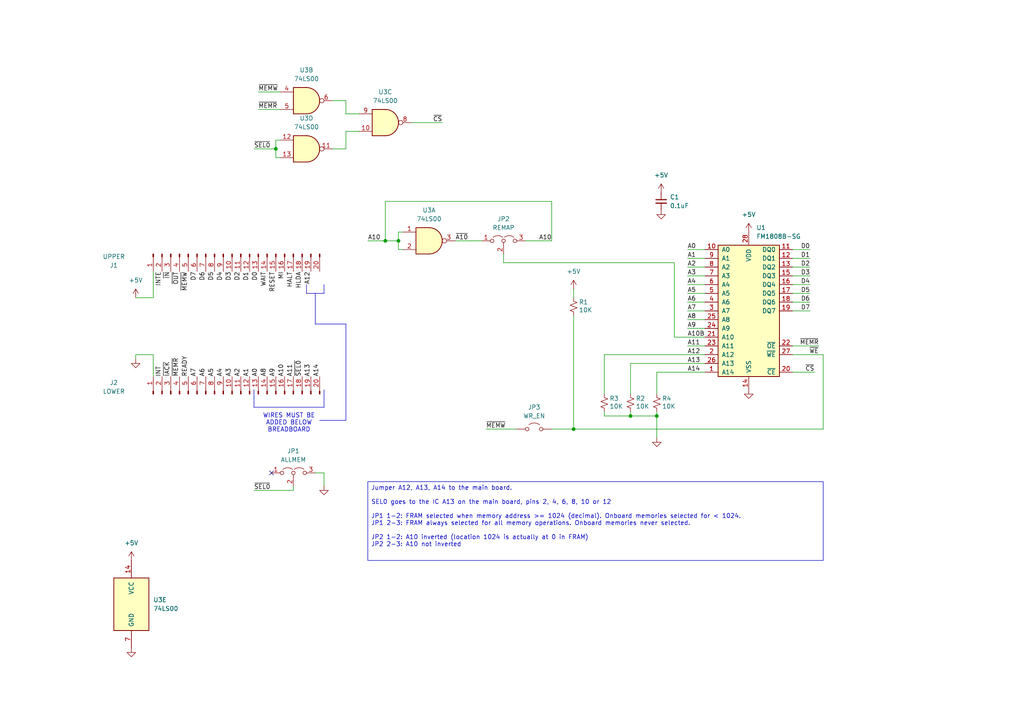
<source format=kicad_sch>
(kicad_sch (version 20250114) (generator "eeschema") (generator_version "9.0")
  (paper "A4")
  (lib_symbols
    (symbol "74xx:74LS00" (pin_names (offset 1.016))
      (property "Reference" "U" (at 0 1.27 0))
      (property "Value" "74LS00" (at 0 -1.27 0))
      (symbol "74LS00_1_1"
        (arc (start 0 3.81) (mid 3.7934 0) (end 0 -3.81) (stroke (width 0.254)) (fill (type background)))
        (polyline (pts (xy 0 3.81) (xy -3.81 3.81) (xy -3.81 -3.81) (xy 0 -3.81)) (stroke (width 0.254)) (fill (type background)))
        (pin input line (at -7.62 2.54 0) (length 3.81) (name "~") (number "1"))
        (pin input line (at -7.62 -2.54 0) (length 3.81) (name "~") (number "2"))
        (pin output inverted (at 7.62 0 180) (length 3.81) (name "~") (number "3"))
      )
      (symbol "74LS00_1_2"
        (arc (start -3.81 3.81) (mid -2.589 0) (end -3.81 -3.81) (stroke (width 0.254)))
        (polyline (pts (xy -3.81 3.81) (xy -0.635 3.81)) (stroke (width 0.254)) (fill (type background)))
        (polyline (pts (xy -3.81 -3.81) (xy -0.635 -3.81)) (stroke (width 0.254)) (fill (type background)))
        (arc (start 3.81 0) (mid 2.1855 -2.584) (end -0.6096 -3.81) (stroke (width 0.254)) (fill (type background)))
        (arc (start -0.6096 3.81) (mid 2.1928 2.5924) (end 3.81 0) (stroke (width 0.254)) (fill (type background)))
        (polyline (pts (xy -0.635 3.81) (xy -3.81 3.81) (xy -3.81 3.81) (xy -3.556 3.4036) (xy -3.0226 2.2606) (xy -2.6924 1.0414) (xy -2.6162 -0.254) (xy -2.7686 -1.4986) (xy -3.175 -2.7178) (xy -3.81 -3.81) (xy -3.81 -3.81) (xy -0.635 -3.81)) (stroke (width -25.4)) (fill (type background)))
        (pin input inverted (at -7.62 2.54 0) (length 4.318) (name "~") (number "1"))
        (pin input inverted (at -7.62 -2.54 0) (length 4.318) (name "~") (number "2"))
        (pin output line (at 7.62 0 180) (length 3.81) (name "~") (number "3"))
      )
      (symbol "74LS00_2_1"
        (arc (start 0 3.81) (mid 3.7934 0) (end 0 -3.81) (stroke (width 0.254)) (fill (type background)))
        (polyline (pts (xy 0 3.81) (xy -3.81 3.81) (xy -3.81 -3.81) (xy 0 -3.81)) (stroke (width 0.254)) (fill (type background)))
        (pin input line (at -7.62 2.54 0) (length 3.81) (name "~") (number "4"))
        (pin input line (at -7.62 -2.54 0) (length 3.81) (name "~") (number "5"))
        (pin output inverted (at 7.62 0 180) (length 3.81) (name "~") (number "6"))
      )
      (symbol "74LS00_2_2"
        (arc (start -3.81 3.81) (mid -2.589 0) (end -3.81 -3.81) (stroke (width 0.254)))
        (polyline (pts (xy -3.81 3.81) (xy -0.635 3.81)) (stroke (width 0.254)) (fill (type background)))
        (polyline (pts (xy -3.81 -3.81) (xy -0.635 -3.81)) (stroke (width 0.254)) (fill (type background)))
        (arc (start 3.81 0) (mid 2.1855 -2.584) (end -0.6096 -3.81) (stroke (width 0.254)) (fill (type background)))
        (arc (start -0.6096 3.81) (mid 2.1928 2.5924) (end 3.81 0) (stroke (width 0.254)) (fill (type background)))
        (polyline (pts (xy -0.635 3.81) (xy -3.81 3.81) (xy -3.81 3.81) (xy -3.556 3.4036) (xy -3.0226 2.2606) (xy -2.6924 1.0414) (xy -2.6162 -0.254) (xy -2.7686 -1.4986) (xy -3.175 -2.7178) (xy -3.81 -3.81) (xy -3.81 -3.81) (xy -0.635 -3.81)) (stroke (width -25.4)) (fill (type background)))
        (pin input inverted (at -7.62 2.54 0) (length 4.318) (name "~") (number "4"))
        (pin input inverted (at -7.62 -2.54 0) (length 4.318) (name "~") (number "5"))
        (pin output line (at 7.62 0 180) (length 3.81) (name "~") (number "6"))
      )
      (symbol "74LS00_3_1"
        (arc (start 0 3.81) (mid 3.7934 0) (end 0 -3.81) (stroke (width 0.254)) (fill (type background)))
        (polyline (pts (xy 0 3.81) (xy -3.81 3.81) (xy -3.81 -3.81) (xy 0 -3.81)) (stroke (width 0.254)) (fill (type background)))
        (pin input line (at -7.62 2.54 0) (length 3.81) (name "~") (number "9"))
        (pin input line (at -7.62 -2.54 0) (length 3.81) (name "~") (number "10"))
        (pin output inverted (at 7.62 0 180) (length 3.81) (name "~") (number "8"))
      )
      (symbol "74LS00_3_2"
        (arc (start -3.81 3.81) (mid -2.589 0) (end -3.81 -3.81) (stroke (width 0.254)))
        (polyline (pts (xy -3.81 3.81) (xy -0.635 3.81)) (stroke (width 0.254)) (fill (type background)))
        (polyline (pts (xy -3.81 -3.81) (xy -0.635 -3.81)) (stroke (width 0.254)) (fill (type background)))
        (arc (start 3.81 0) (mid 2.1855 -2.584) (end -0.6096 -3.81) (stroke (width 0.254)) (fill (type background)))
        (arc (start -0.6096 3.81) (mid 2.1928 2.5924) (end 3.81 0) (stroke (width 0.254)) (fill (type background)))
        (polyline (pts (xy -0.635 3.81) (xy -3.81 3.81) (xy -3.81 3.81) (xy -3.556 3.4036) (xy -3.0226 2.2606) (xy -2.6924 1.0414) (xy -2.6162 -0.254) (xy -2.7686 -1.4986) (xy -3.175 -2.7178) (xy -3.81 -3.81) (xy -3.81 -3.81) (xy -0.635 -3.81)) (stroke (width -25.4)) (fill (type background)))
        (pin input inverted (at -7.62 2.54 0) (length 4.318) (name "~") (number "9"))
        (pin input inverted (at -7.62 -2.54 0) (length 4.318) (name "~") (number "10"))
        (pin output line (at 7.62 0 180) (length 3.81) (name "~") (number "8"))
      )
      (symbol "74LS00_4_1"
        (arc (start 0 3.81) (mid 3.7934 0) (end 0 -3.81) (stroke (width 0.254)) (fill (type background)))
        (polyline (pts (xy 0 3.81) (xy -3.81 3.81) (xy -3.81 -3.81) (xy 0 -3.81)) (stroke (width 0.254)) (fill (type background)))
        (pin input line (at -7.62 2.54 0) (length 3.81) (name "~") (number "12"))
        (pin input line (at -7.62 -2.54 0) (length 3.81) (name "~") (number "13"))
        (pin output inverted (at 7.62 0 180) (length 3.81) (name "~") (number "11"))
      )
      (symbol "74LS00_4_2"
        (arc (start -3.81 3.81) (mid -2.589 0) (end -3.81 -3.81) (stroke (width 0.254)))
        (polyline (pts (xy -3.81 3.81) (xy -0.635 3.81)) (stroke (width 0.254)) (fill (type background)))
        (polyline (pts (xy -3.81 -3.81) (xy -0.635 -3.81)) (stroke (width 0.254)) (fill (type background)))
        (arc (start 3.81 0) (mid 2.1855 -2.584) (end -0.6096 -3.81) (stroke (width 0.254)) (fill (type background)))
        (arc (start -0.6096 3.81) (mid 2.1928 2.5924) (end 3.81 0) (stroke (width 0.254)) (fill (type background)))
        (polyline (pts (xy -0.635 3.81) (xy -3.81 3.81) (xy -3.81 3.81) (xy -3.556 3.4036) (xy -3.0226 2.2606) (xy -2.6924 1.0414) (xy -2.6162 -0.254) (xy -2.7686 -1.4986) (xy -3.175 -2.7178) (xy -3.81 -3.81) (xy -3.81 -3.81) (xy -0.635 -3.81)) (stroke (width -25.4)) (fill (type background)))
        (pin input inverted (at -7.62 2.54 0) (length 4.318) (name "~") (number "12"))
        (pin input inverted (at -7.62 -2.54 0) (length 4.318) (name "~") (number "13"))
        (pin output line (at 7.62 0 180) (length 3.81) (name "~") (number "11"))
      )
      (symbol "74LS00_5_0"
        (pin power_in line (at 0 12.7 270) (length 5.08) (name "VCC") (number "14"))
        (pin power_in line (at 0 -12.7 90) (length 5.08) (name "GND") (number "7"))
      )
      (symbol "74LS00_5_1"
        (rectangle (start -5.08 7.62) (end 5.08 -7.62) (stroke (width 0.254)) (fill (type background)))
      )
    )
    (symbol "Connector:Conn_01x20_Pin" (pin_names (offset 1.016) (hide yes))
      (property "Reference" "J" (at 0 25.4 0))
      (property "Value" "Conn_01x20_Pin" (at 0 -27.94 0))
      (symbol "Conn_01x20_Pin_1_1"
        (rectangle (start 0.8636 22.987) (end 0 22.733) (stroke (width 0.1524)) (fill (type outline)))
        (rectangle (start 0.8636 20.447) (end 0 20.193) (stroke (width 0.1524)) (fill (type outline)))
        (rectangle (start 0.8636 17.907) (end 0 17.653) (stroke (width 0.1524)) (fill (type outline)))
        (rectangle (start 0.8636 15.367) (end 0 15.113) (stroke (width 0.1524)) (fill (type outline)))
        (rectangle (start 0.8636 12.827) (end 0 12.573) (stroke (width 0.1524)) (fill (type outline)))
        (rectangle (start 0.8636 10.287) (end 0 10.033) (stroke (width 0.1524)) (fill (type outline)))
        (rectangle (start 0.8636 7.747) (end 0 7.493) (stroke (width 0.1524)) (fill (type outline)))
        (rectangle (start 0.8636 5.207) (end 0 4.953) (stroke (width 0.1524)) (fill (type outline)))
        (rectangle (start 0.8636 2.667) (end 0 2.413) (stroke (width 0.1524)) (fill (type outline)))
        (rectangle (start 0.8636 0.127) (end 0 -0.127) (stroke (width 0.1524)) (fill (type outline)))
        (rectangle (start 0.8636 -2.413) (end 0 -2.667) (stroke (width 0.1524)) (fill (type outline)))
        (rectangle (start 0.8636 -4.953) (end 0 -5.207) (stroke (width 0.1524)) (fill (type outline)))
        (rectangle (start 0.8636 -7.493) (end 0 -7.747) (stroke (width 0.1524)) (fill (type outline)))
        (rectangle (start 0.8636 -10.033) (end 0 -10.287) (stroke (width 0.1524)) (fill (type outline)))
        (rectangle (start 0.8636 -12.573) (end 0 -12.827) (stroke (width 0.1524)) (fill (type outline)))
        (rectangle (start 0.8636 -15.113) (end 0 -15.367) (stroke (width 0.1524)) (fill (type outline)))
        (rectangle (start 0.8636 -17.653) (end 0 -17.907) (stroke (width 0.1524)) (fill (type outline)))
        (rectangle (start 0.8636 -20.193) (end 0 -20.447) (stroke (width 0.1524)) (fill (type outline)))
        (rectangle (start 0.8636 -22.733) (end 0 -22.987) (stroke (width 0.1524)) (fill (type outline)))
        (rectangle (start 0.8636 -25.273) (end 0 -25.527) (stroke (width 0.1524)) (fill (type outline)))
        (polyline (pts (xy 1.27 22.86) (xy 0.8636 22.86)) (stroke (width 0.1524)))
        (polyline (pts (xy 1.27 20.32) (xy 0.8636 20.32)) (stroke (width 0.1524)))
        (polyline (pts (xy 1.27 17.78) (xy 0.8636 17.78)) (stroke (width 0.1524)))
        (polyline (pts (xy 1.27 15.24) (xy 0.8636 15.24)) (stroke (width 0.1524)))
        (polyline (pts (xy 1.27 12.7) (xy 0.8636 12.7)) (stroke (width 0.1524)))
        (polyline (pts (xy 1.27 10.16) (xy 0.8636 10.16)) (stroke (width 0.1524)))
        (polyline (pts (xy 1.27 7.62) (xy 0.8636 7.62)) (stroke (width 0.1524)))
        (polyline (pts (xy 1.27 5.08) (xy 0.8636 5.08)) (stroke (width 0.1524)))
        (polyline (pts (xy 1.27 2.54) (xy 0.8636 2.54)) (stroke (width 0.1524)))
        (polyline (pts (xy 1.27 0) (xy 0.8636 0)) (stroke (width 0.1524)))
        (polyline (pts (xy 1.27 -2.54) (xy 0.8636 -2.54)) (stroke (width 0.1524)))
        (polyline (pts (xy 1.27 -5.08) (xy 0.8636 -5.08)) (stroke (width 0.1524)))
        (polyline (pts (xy 1.27 -7.62) (xy 0.8636 -7.62)) (stroke (width 0.1524)))
        (polyline (pts (xy 1.27 -10.16) (xy 0.8636 -10.16)) (stroke (width 0.1524)))
        (polyline (pts (xy 1.27 -12.7) (xy 0.8636 -12.7)) (stroke (width 0.1524)))
        (polyline (pts (xy 1.27 -15.24) (xy 0.8636 -15.24)) (stroke (width 0.1524)))
        (polyline (pts (xy 1.27 -17.78) (xy 0.8636 -17.78)) (stroke (width 0.1524)))
        (polyline (pts (xy 1.27 -20.32) (xy 0.8636 -20.32)) (stroke (width 0.1524)))
        (polyline (pts (xy 1.27 -22.86) (xy 0.8636 -22.86)) (stroke (width 0.1524)))
        (polyline (pts (xy 1.27 -25.4) (xy 0.8636 -25.4)) (stroke (width 0.1524)))
        (pin passive line (at 5.08 22.86 180) (length 3.81) (name "Pin_1") (number "1"))
        (pin passive line (at 5.08 20.32 180) (length 3.81) (name "Pin_2") (number "2"))
        (pin passive line (at 5.08 17.78 180) (length 3.81) (name "Pin_3") (number "3"))
        (pin passive line (at 5.08 15.24 180) (length 3.81) (name "Pin_4") (number "4"))
        (pin passive line (at 5.08 12.7 180) (length 3.81) (name "Pin_5") (number "5"))
        (pin passive line (at 5.08 10.16 180) (length 3.81) (name "Pin_6") (number "6"))
        (pin passive line (at 5.08 7.62 180) (length 3.81) (name "Pin_7") (number "7"))
        (pin passive line (at 5.08 5.08 180) (length 3.81) (name "Pin_8") (number "8"))
        (pin passive line (at 5.08 2.54 180) (length 3.81) (name "Pin_9") (number "9"))
        (pin passive line (at 5.08 0 180) (length 3.81) (name "Pin_10") (number "10"))
        (pin passive line (at 5.08 -2.54 180) (length 3.81) (name "Pin_11") (number "11"))
        (pin passive line (at 5.08 -5.08 180) (length 3.81) (name "Pin_12") (number "12"))
        (pin passive line (at 5.08 -7.62 180) (length 3.81) (name "Pin_13") (number "13"))
        (pin passive line (at 5.08 -10.16 180) (length 3.81) (name "Pin_14") (number "14"))
        (pin passive line (at 5.08 -12.7 180) (length 3.81) (name "Pin_15") (number "15"))
        (pin passive line (at 5.08 -15.24 180) (length 3.81) (name "Pin_16") (number "16"))
        (pin passive line (at 5.08 -17.78 180) (length 3.81) (name "Pin_17") (number "17"))
        (pin passive line (at 5.08 -20.32 180) (length 3.81) (name "Pin_18") (number "18"))
        (pin passive line (at 5.08 -22.86 180) (length 3.81) (name "Pin_19") (number "19"))
        (pin passive line (at 5.08 -25.4 180) (length 3.81) (name "Pin_20") (number "20"))
      )
    )
    (symbol "Device:C_Small" (pin_numbers (hide yes)) (pin_names (offset 0.254) (hide yes))
      (property "Reference" "C" (at 0.254 1.778 0))
      (property "Value" "C_Small" (at 0.254 -2.032 0))
      (symbol "C_Small_0_1"
        (polyline (pts (xy -1.524 0.508) (xy 1.524 0.508)) (stroke (width 0.3048)))
        (polyline (pts (xy -1.524 -0.508) (xy 1.524 -0.508)) (stroke (width 0.3302)))
      )
      (symbol "C_Small_1_1"
        (pin passive line (at 0 2.54 270) (length 2.032) (name "~") (number "1"))
        (pin passive line (at 0 -2.54 90) (length 2.032) (name "~") (number "2"))
      )
    )
    (symbol "Device:R_Small_US" (pin_numbers (hide yes)) (pin_names (offset 0.254) (hide yes))
      (property "Reference" "R" (at 0.762 0.508 0))
      (property "Value" "R_Small_US" (at 0.762 -1.016 0))
      (symbol "R_Small_US_1_1"
        (polyline (pts (xy 0 1.524) (xy 1.016 1.143) (xy 0 0.762) (xy -1.016 0.381) (xy 0 0)))
        (polyline (pts (xy 0 0) (xy 1.016 -0.381) (xy 0 -0.762) (xy -1.016 -1.143) (xy 0 -1.524)))
        (pin passive line (at 0 2.54 270) (length 1.016) (name "~") (number "1"))
        (pin passive line (at 0 -2.54 90) (length 1.016) (name "~") (number "2"))
      )
    )
    (symbol "Jumper:Jumper_2_Open" (pin_numbers (hide yes)) (pin_names (offset 0) (hide yes)) (exclude_from_sim yes)
      (property "Reference" "JP" (at 0 2.794 0))
      (property "Value" "Jumper_2_Open" (at 0 -2.286 0))
      (symbol "Jumper_2_Open_0_0"
        (circle (center -2.032 0) (radius 0.508))
        (circle (center 2.032 0) (radius 0.508))
      )
      (symbol "Jumper_2_Open_0_1"
        (arc (start -1.524 1.27) (mid 0 1.778) (end 1.524 1.27))
      )
      (symbol "Jumper_2_Open_1_1"
        (pin passive line (at -5.08 0 0) (length 2.54) (name "A") (number "1"))
        (pin passive line (at 5.08 0 180) (length 2.54) (name "B") (number "2"))
      )
    )
    (symbol "Jumper:Jumper_3_Open" (pin_names (offset 0) (hide yes)) (exclude_from_sim yes) (in_bom no)
      (property "Reference" "JP" (at -2.54 -2.54 0))
      (property "Value" "Jumper_3_Open" (at 0 2.794 0))
      (symbol "Jumper_3_Open_0_0"
        (circle (center -3.302 0) (radius 0.508))
        (circle (center 0 0) (radius 0.508))
        (circle (center 3.302 0) (radius 0.508))
      )
      (symbol "Jumper_3_Open_0_1"
        (arc (start -3.048 1.016) (mid -1.651 1.4992) (end -0.254 1.016))
        (polyline (pts (xy 0 -0.508) (xy 0 -1.27)))
        (arc (start 0.254 1.016) (mid 1.651 1.4992) (end 3.048 1.016))
      )
      (symbol "Jumper_3_Open_1_1"
        (pin passive line (at -6.35 0 0) (length 2.54) (name "A") (number "1"))
        (pin passive line (at 0 -3.81 90) (length 2.54) (name "C") (number "2"))
        (pin passive line (at 6.35 0 180) (length 2.54) (name "B") (number "3"))
      )
    )
    (symbol "Memory_NVRAM:FM1808B-SG" (pin_names (offset 1.016))
      (property "Reference" "U" (at -7.62 20.32 0))
      (property "Value" "FM1808B-SG" (at 1.27 20.32 0))
      (symbol "FM1808B-SG_0_1"
        (rectangle (start -8.89 19.05) (end 8.89 -19.05) (stroke (width 0.254)) (fill (type background)))
      )
      (symbol "FM1808B-SG_1_1"
        (pin input line (at -12.7 17.78 0) (length 3.81) (name "A0") (number "10"))
        (pin input line (at -12.7 15.24 0) (length 3.81) (name "A1") (number "9"))
        (pin input line (at -12.7 12.7 0) (length 3.81) (name "A2") (number "8"))
        (pin input line (at -12.7 10.16 0) (length 3.81) (name "A3") (number "7"))
        (pin input line (at -12.7 7.62 0) (length 3.81) (name "A4") (number "6"))
        (pin input line (at -12.7 5.08 0) (length 3.81) (name "A5") (number "5"))
        (pin input line (at -12.7 2.54 0) (length 3.81) (name "A6") (number "4"))
        (pin input line (at -12.7 0 0) (length 3.81) (name "A7") (number "3"))
        (pin input line (at -12.7 -2.54 0) (length 3.81) (name "A8") (number "25"))
        (pin input line (at -12.7 -5.08 0) (length 3.81) (name "A9") (number "24"))
        (pin input line (at -12.7 -7.62 0) (length 3.81) (name "A10") (number "21"))
        (pin input line (at -12.7 -10.16 0) (length 3.81) (name "A11") (number "23"))
        (pin input line (at -12.7 -12.7 0) (length 3.81) (name "A12") (number "2"))
        (pin input line (at -12.7 -15.24 0) (length 3.81) (name "A13") (number "26"))
        (pin input line (at -12.7 -17.78 0) (length 3.81) (name "A14") (number "1"))
        (pin power_in line (at 0 22.86 270) (length 3.81) (name "VDD") (number "28"))
        (pin power_in line (at 0 -22.86 90) (length 3.81) (name "VSS") (number "14"))
        (pin bidirectional line (at 12.7 17.78 180) (length 3.81) (name "DQ0") (number "11"))
        (pin bidirectional line (at 12.7 15.24 180) (length 3.81) (name "DQ1") (number "12"))
        (pin bidirectional line (at 12.7 12.7 180) (length 3.81) (name "DQ2") (number "13"))
        (pin bidirectional line (at 12.7 10.16 180) (length 3.81) (name "DQ3") (number "15"))
        (pin bidirectional line (at 12.7 7.62 180) (length 3.81) (name "DQ4") (number "16"))
        (pin bidirectional line (at 12.7 5.08 180) (length 3.81) (name "DQ5") (number "17"))
        (pin bidirectional line (at 12.7 2.54 180) (length 3.81) (name "DQ6") (number "18"))
        (pin bidirectional line (at 12.7 0 180) (length 3.81) (name "DQ7") (number "19"))
        (pin input line (at 12.7 -10.16 180) (length 3.81) (name "~{OE}") (number "22"))
        (pin input line (at 12.7 -12.7 180) (length 3.81) (name "~{WE}") (number "27"))
        (pin input line (at 12.7 -17.78 180) (length 3.81) (name "~{CE}") (number "20"))
      )
    )
    (symbol "power:+5V" (power) (pin_numbers (hide yes)) (pin_names (offset 0) (hide yes))
      (property "Value" "+5V" (at 0 3.556 0))
      (symbol "+5V_0_1"
        (polyline (pts (xy -0.762 1.27) (xy 0 2.54)))
        (polyline (pts (xy 0 2.54) (xy 0.762 1.27)))
        (polyline (pts (xy 0 0) (xy 0 2.54)))
      )
      (symbol "+5V_1_1"
        (pin power_in line (at 0 0 90) (length 0) (name "~") (number "1"))
      )
    )
    (symbol "power:GND" (power) (pin_numbers (hide yes)) (pin_names (offset 0) (hide yes))
      (property "Value" "GND" (at 0 -3.81 0))
      (symbol "GND_0_1"
        (polyline (pts (xy 0 0) (xy 0 -1.27) (xy 1.27 -1.27) (xy 0 -2.54) (xy -1.27 -1.27) (xy 0 -1.27)))
      )
      (symbol "GND_1_1"
        (pin power_in line (at 0 0 270) (length 0) (name "~") (number "1"))
      )
    )
  )
  (text "WIRES MUST BE\nADDED BELOW\nBREADBOARD" (at 83.82 122.682 0) (effects (font (size 1.27 1.27))))
  (text_box "Jumper A12, A13, A14 to the main board.\n\nSEL0 goes to the IC A13 on the main board, pins 2, 4, 6, 8, 10 or 12\n\nJP1 1-2: FRAM selected when memory address >= 1024 (decimal). Onboard memories selected for < 1024.\nJP1 2-3: FRAM always selected for all memory operations. Onboard memories never selected.\n\nJP2 1-2: A10 inverted (location 1024 is actually at 0 in FRAM)\nJP2 2-3: A10 not inverted" (at 106.68 139.7 0) (size 132.08 22.86) (margins 0.9525 0.9525 0.9525 0.9525) (effects (font (size 1.27 1.27)) (justify left top)))
  (junction (at 115.57 69.85))
  (junction (at 182.88 120.65))
  (junction (at 166.37 124.46))
  (junction (at 80.01 43.18))
  (junction (at 111.76 69.85))
  (junction (at 190.5 120.65))
  (no_connect (at 78.74 137.16))
  (wire (pts (xy 146.05 73.66) (xy 146.05 76.2)))
  (polyline (pts (xy 91.44 85.09) (xy 91.44 93.98)))
  (wire (pts (xy 190.5 120.65) (xy 190.5 119.38)))
  (wire (pts (xy 160.02 124.46) (xy 166.37 124.46)))
  (wire (pts (xy 175.26 102.87) (xy 204.47 102.87)))
  (wire (pts (xy 229.87 72.39) (xy 234.95 72.39)))
  (wire (pts (xy 166.37 91.44) (xy 166.37 124.46)))
  (wire (pts (xy 229.87 90.17) (xy 234.95 90.17)))
  (wire (pts (xy 190.5 107.95) (xy 204.47 107.95)))
  (wire (pts (xy 195.58 97.79) (xy 204.47 97.79)))
  (wire (pts (xy 182.88 120.65) (xy 190.5 120.65)))
  (wire (pts (xy 229.87 107.95) (xy 236.22 107.95)))
  (wire (pts (xy 85.09 142.24) (xy 85.09 140.97)))
  (wire (pts (xy 195.58 97.79) (xy 195.58 76.2)))
  (wire (pts (xy 81.28 40.64) (xy 80.01 40.64)))
  (wire (pts (xy 80.01 40.64) (xy 80.01 43.18)))
  (wire (pts (xy 116.84 72.39) (xy 115.57 72.39)))
  (wire (pts (xy 100.33 38.1) (xy 104.14 38.1)))
  (wire (pts (xy 106.68 69.85) (xy 111.76 69.85)))
  (wire (pts (xy 93.98 137.16) (xy 93.98 140.97)))
  (wire (pts (xy 100.33 33.02) (xy 104.14 33.02)))
  (polyline (pts (xy 100.33 93.98) (xy 100.33 121.92)))
  (wire (pts (xy 132.08 69.85) (xy 139.7 69.85)))
  (wire (pts (xy 74.93 26.67) (xy 81.28 26.67)))
  (wire (pts (xy 115.57 69.85) (xy 115.57 67.31)))
  (wire (pts (xy 199.39 72.39) (xy 204.47 72.39)))
  (wire (pts (xy 238.76 102.87) (xy 238.76 124.46)))
  (wire (pts (xy 96.52 29.21) (xy 100.33 29.21)))
  (wire (pts (xy 160.02 58.42) (xy 160.02 69.85)))
  (wire (pts (xy 166.37 124.46) (xy 238.76 124.46)))
  (wire (pts (xy 39.37 86.36) (xy 44.45 86.36)))
  (wire (pts (xy 100.33 43.18) (xy 100.33 38.1)))
  (wire (pts (xy 39.37 102.87) (xy 39.37 104.14)))
  (polyline (pts (xy 73.66 118.11) (xy 93.98 118.11)))
  (polyline (pts (xy 91.44 93.98) (xy 100.33 93.98)))
  (wire (pts (xy 140.97 124.46) (xy 149.86 124.46)))
  (wire (pts (xy 199.39 100.33) (xy 204.47 100.33)))
  (wire (pts (xy 182.88 105.41) (xy 182.88 114.3)))
  (wire (pts (xy 182.88 105.41) (xy 204.47 105.41)))
  (wire (pts (xy 175.26 102.87) (xy 175.26 114.3)))
  (polyline (pts (xy 88.9 82.55) (xy 88.9 85.09)))
  (wire (pts (xy 229.87 80.01) (xy 234.95 80.01)))
  (wire (pts (xy 190.5 107.95) (xy 190.5 114.3)))
  (wire (pts (xy 229.87 82.55) (xy 234.95 82.55)))
  (wire (pts (xy 152.4 69.85) (xy 160.02 69.85)))
  (wire (pts (xy 175.26 120.65) (xy 182.88 120.65)))
  (wire (pts (xy 199.39 87.63) (xy 204.47 87.63)))
  (wire (pts (xy 80.01 43.18) (xy 80.01 45.72)))
  (wire (pts (xy 111.76 69.85) (xy 115.57 69.85)))
  (wire (pts (xy 74.93 31.75) (xy 81.28 31.75)))
  (wire (pts (xy 175.26 119.38) (xy 175.26 120.65)))
  (wire (pts (xy 229.87 85.09) (xy 234.95 85.09)))
  (polyline (pts (xy 93.98 82.55) (xy 93.98 85.09)))
  (wire (pts (xy 115.57 69.85) (xy 115.57 72.39)))
  (wire (pts (xy 199.39 90.17) (xy 204.47 90.17)))
  (wire (pts (xy 229.87 100.33) (xy 237.49 100.33)))
  (wire (pts (xy 100.33 29.21) (xy 100.33 33.02)))
  (wire (pts (xy 96.52 43.18) (xy 100.33 43.18)))
  (wire (pts (xy 229.87 87.63) (xy 234.95 87.63)))
  (wire (pts (xy 166.37 83.82) (xy 166.37 86.36)))
  (wire (pts (xy 229.87 77.47) (xy 234.95 77.47)))
  (wire (pts (xy 229.87 102.87) (xy 238.76 102.87)))
  (wire (pts (xy 199.39 95.25) (xy 204.47 95.25)))
  (polyline (pts (xy 93.98 113.03) (xy 93.98 118.11)))
  (wire (pts (xy 190.5 120.65) (xy 190.5 127)))
  (wire (pts (xy 146.05 76.2) (xy 195.58 76.2)))
  (wire (pts (xy 119.38 35.56) (xy 128.27 35.56)))
  (wire (pts (xy 182.88 119.38) (xy 182.88 120.65)))
  (wire (pts (xy 199.39 85.09) (xy 204.47 85.09)))
  (wire (pts (xy 44.45 78.74) (xy 44.45 86.36)))
  (polyline (pts (xy 88.9 85.09) (xy 93.98 85.09)))
  (wire (pts (xy 80.01 45.72) (xy 81.28 45.72)))
  (wire (pts (xy 199.39 82.55) (xy 204.47 82.55)))
  (wire (pts (xy 111.76 58.42) (xy 160.02 58.42)))
  (wire (pts (xy 199.39 92.71) (xy 204.47 92.71)))
  (polyline (pts (xy 73.66 113.03) (xy 73.66 118.11)))
  (wire (pts (xy 44.45 109.22) (xy 44.45 102.87)))
  (wire (pts (xy 44.45 102.87) (xy 39.37 102.87)))
  (wire (pts (xy 111.76 69.85) (xy 111.76 58.42)))
  (wire (pts (xy 199.39 74.93) (xy 204.47 74.93)))
  (wire (pts (xy 199.39 77.47) (xy 204.47 77.47)))
  (wire (pts (xy 73.66 43.18) (xy 80.01 43.18)))
  (wire (pts (xy 73.66 142.24) (xy 85.09 142.24)))
  (polyline (pts (xy 92.71 121.92) (xy 100.33 121.92)))
  (wire (pts (xy 91.44 137.16) (xy 93.98 137.16)))
  (wire (pts (xy 115.57 67.31) (xy 116.84 67.31)))
  (wire (pts (xy 199.39 80.01) (xy 204.47 80.01)))
  (wire (pts (xy 229.87 74.93) (xy 234.95 74.93)))
  (label "A4" (at 199.39 82.55 0))
  (label "A10" (at 106.68 69.85 0))
  (label "A14" (at 199.39 107.95 0))
  (label "A10" (at 160.02 69.85 180))
  (label "A0" (at 199.39 72.39 0))
  (label "A5" (at 62.23 109.22 90))
  (label "A11" (at 199.39 100.33 0))
  (label "~{WE}" (at 237.49 102.87 180))
  (label "A12" (at 199.39 102.87 0))
  (label "~{CS}" (at 236.22 107.95 180))
  (label "D3" (at 67.31 78.74 270))
  (label "HLDA" (at 87.63 78.74 270))
  (label "~{MEMR}" (at 52.07 109.22 90))
  (label "D1" (at 234.95 74.93 180))
  (label "A8" (at 77.47 109.22 90))
  (label "A13" (at 199.39 105.41 0))
  (label "D6" (at 59.69 78.74 270))
  (label "D7" (at 57.15 78.74 270))
  (label "A9" (at 199.39 95.25 0))
  (label "D6" (at 234.95 87.63 180))
  (label "D5" (at 234.95 85.09 180))
  (label "D3" (at 234.95 80.01 180))
  (label "A6" (at 199.39 87.63 0))
  (label "A14" (at 92.71 109.22 90))
  (label "~{MEMR}" (at 74.93 31.75 0))
  (label "A7" (at 57.15 109.22 90))
  (label "A8" (at 199.39 92.71 0))
  (label "~{IACK}" (at 49.53 109.22 90))
  (label "~{SEL0}" (at 73.66 142.24 0))
  (label "D5" (at 62.23 78.74 270))
  (label "D2" (at 234.95 77.47 180))
  (label "A11" (at 85.09 109.22 90))
  (label "~{IN}" (at 49.53 78.74 270))
  (label "D1" (at 72.39 78.74 270))
  (label "A10B" (at 199.39 97.79 0))
  (label "A2" (at 199.39 77.47 0))
  (label "~{MEMW}" (at 140.97 124.46 0))
  (label "A10" (at 82.55 109.22 90))
  (label "MI" (at 82.55 78.74 270))
  (label "A13" (at 90.17 109.22 90))
  (label "A2" (at 69.85 109.22 90))
  (label "A7" (at 199.39 90.17 0))
  (label "A0" (at 74.93 109.22 90))
  (label "A3" (at 67.31 109.22 90))
  (label "RESET" (at 80.01 78.74 270))
  (label "A3" (at 199.39 80.01 0))
  (label "A5" (at 199.39 85.09 0))
  (label "A6" (at 59.69 109.22 90))
  (label "A12" (at 90.17 78.74 270))
  (label "~{CS}" (at 128.27 35.56 180))
  (label "D4" (at 234.95 82.55 180))
  (label "READY" (at 54.61 109.22 90))
  (label "D0" (at 74.93 78.74 270))
  (label "INTE" (at 46.99 78.74 270))
  (label "~{MEMW}" (at 54.61 78.74 270))
  (label "A9" (at 80.01 109.22 90))
  (label "D7" (at 234.95 90.17 180))
  (label "HALT" (at 85.09 78.74 270))
  (label "D0" (at 234.95 72.39 180))
  (label "D4" (at 64.77 78.74 270))
  (label "A1" (at 199.39 74.93 0))
  (label "D2" (at 69.85 78.74 270))
  (label "~{SEL0}" (at 87.63 109.22 90))
  (label "~{MEMR}" (at 237.49 100.33 180))
  (label "A4" (at 64.77 109.22 90))
  (label "A1" (at 72.39 109.22 90))
  (label "~{A10}" (at 132.08 69.85 0))
  (label "~{OUT}" (at 52.07 78.74 270))
  (label "~{SEL0}" (at 73.66 43.18 0))
  (label "WAIT" (at 77.47 78.74 270))
  (label "~{MEMW}" (at 74.93 26.67 0))
  (label "INT" (at 46.99 109.22 90))
  (symbol (lib_id "Device:R_Small_US") (at 190.5 116.84 0) (unit 1)
    (property "Reference" "R4" (at 192.024 115.57 0) (effects (justify left)))
    (property "Value" "10K" (at 192.024 117.856 0) (effects (justify left)))
    (property "Footprint" "Resistor_SMD:R_0805_2012Metric" (effects (hide yes)))
    (property "Description" "Resistor, small US symbol" (effects (hide yes)))
  )
  (symbol (lib_id "power:+5V") (at 39.37 86.36 0) (unit 1)
    (property "Reference" "#PWR01" (effects (hide yes)))
    (property "Value" "+5V" (at 39.37 81.28 0))
    (property "Description" "Power symbol creates a global label with name \"+5V\"" (effects (hide yes)))
  )
  (symbol (lib_id "power:GND") (at 191.77 60.96 0) (unit 1)
    (property "Reference" "#PWR07" (effects (hide yes)))
    (property "Value" "GND" (effects (hide yes)))
    (property "Description" "Power symbol creates a global label with name \"GND\" , ground" (effects (hide yes)))
  )
  (symbol (lib_id "power:+5V") (at 166.37 83.82 0) (unit 1)
    (property "Reference" "#PWR04" (effects (hide yes)))
    (property "Value" "+5V" (at 166.37 78.74 0))
    (property "Description" "Power symbol creates a global label with name \"+5V\"" (effects (hide yes)))
  )
  (symbol (lib_id "power:GND") (at 93.98 140.97 0) (unit 1)
    (property "Reference" "#PWR09" (effects (hide yes)))
    (property "Value" "GND" (effects (hide yes)))
    (property "Description" "Power symbol creates a global label with name \"GND\" , ground" (effects (hide yes)))
  )
  (symbol (lib_id "Device:R_Small_US") (at 175.26 116.84 0) (unit 1)
    (property "Reference" "R3" (at 176.784 115.57 0) (effects (justify left)))
    (property "Value" "10K" (at 176.784 117.856 0) (effects (justify left)))
    (property "Footprint" "Resistor_SMD:R_0805_2012Metric" (effects (hide yes)))
    (property "Description" "Resistor, small US symbol" (effects (hide yes)))
  )
  (symbol (lib_id "power:+5V") (at 38.1 162.56 0) (unit 1)
    (property "Reference" "#PWR012" (effects (hide yes)))
    (property "Value" "+5V" (at 38.1 157.48 0))
    (property "Description" "Power symbol creates a global label with name \"+5V\"" (effects (hide yes)))
  )
  (symbol (lib_id "Jumper:Jumper_2_Open") (at 154.94 124.46 0) (unit 1) (exclude_from_sim yes)
    (property "Reference" "JP3" (at 154.94 118.11 0))
    (property "Value" "WR_EN" (at 154.94 120.65 0))
    (property "Footprint" "Connector_PinHeader_2.54mm:PinHeader_1x02_P2.54mm_Vertical" (effects (hide yes)))
    (property "Description" "Jumper, 2-pole, open" (effects (hide yes)))
  )
  (symbol (lib_id "power:GND") (at 38.1 187.96 0) (unit 1)
    (property "Reference" "#PWR013" (effects (hide yes)))
    (property "Value" "GND" (effects (hide yes)))
    (property "Description" "Power symbol creates a global label with name \"GND\" , ground" (effects (hide yes)))
  )
  (symbol (lib_id "74xx:74LS00") (at 88.9 43.18 0) (unit 4)
    (property "Reference" "U3" (at 88.8917 34.29 0))
    (property "Value" "74LS00" (at 88.8917 36.83 0))
    (property "Footprint" "Package_SO:SO-14_3.9x8.65mm_P1.27mm" (effects (hide yes)))
    (property "Datasheet" "http://www.ti.com/lit/gpn/sn74ls00" (effects (hide yes)))
    (property "Description" "quad 2-input NAND gate" (effects (hide yes)))
  )
  (symbol (lib_id "Jumper:Jumper_3_Open") (at 146.05 69.85 0) (unit 1) (exclude_from_sim yes) (in_bom no)
    (property "Reference" "JP2" (at 146.05 63.5 0))
    (property "Value" "REMAP" (at 146.05 66.04 0))
    (property "Footprint" "Connector_PinHeader_2.54mm:PinHeader_1x03_P2.54mm_Vertical" (effects (hide yes)))
    (property "Description" "Jumper, 3-pole, both open" (effects (hide yes)))
  )
  (symbol (lib_id "Connector:Conn_01x20_Pin") (at 67.31 114.3 90) (unit 1)
    (property "Reference" "J2" (at 33.02 110.998 90))
    (property "Value" "LOWER" (at 33.02 113.538 90))
    (property "Footprint" "TE_Pins:1544210-2_20" (effects (hide yes)))
    (property "Description" "Generic connector, single row, 01x20, script generated" (effects (hide yes)))
  )
  (symbol (lib_id "74xx:74LS00") (at 38.1 175.26 0) (unit 5)
    (property "Reference" "U3" (at 44.45 173.9899 0) (effects (justify left)))
    (property "Value" "74LS00" (at 44.45 176.5299 0) (effects (justify left)))
    (property "Footprint" "Package_SO:SO-14_3.9x8.65mm_P1.27mm" (effects (hide yes)))
    (property "Datasheet" "http://www.ti.com/lit/gpn/sn74ls00" (effects (hide yes)))
    (property "Description" "quad 2-input NAND gate" (effects (hide yes)))
  )
  (symbol (lib_id "Jumper:Jumper_3_Open") (at 85.09 137.16 0) (unit 1) (exclude_from_sim yes) (in_bom no)
    (property "Reference" "JP1" (at 85.09 130.81 0))
    (property "Value" "ALLMEM" (at 85.09 133.35 0))
    (property "Footprint" "Connector_PinHeader_2.54mm:PinHeader_1x03_P2.54mm_Vertical" (effects (hide yes)))
    (property "Description" "Jumper, 3-pole, both open" (effects (hide yes)))
  )
  (symbol (lib_id "Connector:Conn_01x20_Pin") (at 67.31 73.66 90) (mirror x) (unit 1)
    (property "Reference" "J1" (at 33.02 76.962 90))
    (property "Value" "UPPER" (at 33.02 74.422 90))
    (property "Footprint" "TE_Pins:1544210-2_20" (effects (hide yes)))
    (property "Description" "Generic connector, single row, 01x20, script generated" (effects (hide yes)))
  )
  (symbol (lib_id "power:+5V") (at 191.77 55.88 0) (unit 1)
    (property "Reference" "#PWR06" (effects (hide yes)))
    (property "Value" "+5V" (at 191.77 50.8 0))
    (property "Description" "Power symbol creates a global label with name \"+5V\"" (effects (hide yes)))
  )
  (symbol (lib_id "74xx:74LS00") (at 111.76 35.56 0) (unit 3)
    (property "Reference" "U3" (at 111.7517 26.67 0))
    (property "Value" "74LS00" (at 111.7517 29.21 0))
    (property "Footprint" "Package_SO:SO-14_3.9x8.65mm_P1.27mm" (effects (hide yes)))
    (property "Datasheet" "http://www.ti.com/lit/gpn/sn74ls00" (effects (hide yes)))
    (property "Description" "quad 2-input NAND gate" (effects (hide yes)))
  )
  (symbol (lib_id "Device:C_Small") (at 191.77 58.42 0) (unit 1)
    (property "Reference" "C1" (at 194.31 57.1562 0) (effects (justify left)))
    (property "Value" "0.1uF" (at 194.31 59.6962 0) (effects (justify left)))
    (property "Footprint" "Capacitor_SMD:C_0805_2012Metric" (effects (hide yes)))
    (property "Description" "Unpolarized capacitor, small symbol" (effects (hide yes)))
  )
  (symbol (lib_id "Device:R_Small_US") (at 166.37 88.9 0) (unit 1)
    (property "Reference" "R1" (at 167.894 87.63 0) (effects (justify left)))
    (property "Value" "10K" (at 167.894 89.916 0) (effects (justify left)))
    (property "Footprint" "Resistor_SMD:R_0805_2012Metric" (effects (hide yes)))
    (property "Description" "Resistor, small US symbol" (effects (hide yes)))
  )
  (symbol (lib_id "power:GND") (at 190.5 127 0) (unit 1)
    (property "Reference" "#PWR011" (effects (hide yes)))
    (property "Value" "GND" (effects (hide yes)))
    (property "Description" "Power symbol creates a global label with name \"GND\" , ground" (effects (hide yes)))
  )
  (symbol (lib_id "power:GND") (at 39.37 104.14 0) (unit 1)
    (property "Reference" "#PWR02" (effects (hide yes)))
    (property "Value" "GND" (effects (hide yes)))
    (property "Description" "Power symbol creates a global label with name \"GND\" , ground" (effects (hide yes)))
  )
  (symbol (lib_id "power:+5V") (at 217.17 67.31 0) (unit 1)
    (property "Reference" "#PWR05" (effects (hide yes)))
    (property "Value" "+5V" (at 217.17 62.23 0))
    (property "Description" "Power symbol creates a global label with name \"+5V\"" (effects (hide yes)))
  )
  (symbol (lib_id "Memory_NVRAM:FM1808B-SG") (at 217.17 90.17 0) (unit 1)
    (property "Reference" "U1" (at 219.3641 66.04 0) (effects (justify left)))
    (property "Value" "FM1808B-SG" (at 219.3641 68.58 0) (effects (justify left)))
    (property "Footprint" "Package_SO:SOIC-28W_7.5x17.9mm_P1.27mm" (effects (hide yes)))
    (property "Datasheet" "http://www.cypress.com/file/136521/download" (effects (hide yes)))
    (property "Description" "256k FRAM nonvolatile memory, SOIC-28" (effects (hide yes)))
  )
  (symbol (lib_id "power:GND") (at 217.17 113.03 0) (unit 1)
    (property "Reference" "#PWR03" (effects (hide yes)))
    (property "Value" "GND" (effects (hide yes)))
    (property "Description" "Power symbol creates a global label with name \"GND\" , ground" (effects (hide yes)))
  )
  (symbol (lib_id "74xx:74LS00") (at 88.9 29.21 0) (unit 2)
    (property "Reference" "U3" (at 88.8917 20.32 0))
    (property "Value" "74LS00" (at 88.8917 22.86 0))
    (property "Footprint" "Package_SO:SO-14_3.9x8.65mm_P1.27mm" (effects (hide yes)))
    (property "Datasheet" "http://www.ti.com/lit/gpn/sn74ls00" (effects (hide yes)))
    (property "Description" "quad 2-input NAND gate" (effects (hide yes)))
  )
  (symbol (lib_id "Device:R_Small_US") (at 182.88 116.84 0) (unit 1)
    (property "Reference" "R2" (at 184.404 115.57 0) (effects (justify left)))
    (property "Value" "10K" (at 184.404 117.856 0) (effects (justify left)))
    (property "Footprint" "Resistor_SMD:R_0805_2012Metric" (effects (hide yes)))
    (property "Description" "Resistor, small US symbol" (effects (hide yes)))
  )
  (symbol (lib_id "74xx:74LS00") (at 124.46 69.85 0) (unit 1)
    (property "Reference" "U3" (at 124.4517 60.96 0))
    (property "Value" "74LS00" (at 124.4517 63.5 0))
    (property "Footprint" "Package_SO:SO-14_3.9x8.65mm_P1.27mm" (effects (hide yes)))
    (property "Datasheet" "http://www.ti.com/lit/gpn/sn74ls00" (effects (hide yes)))
    (property "Description" "quad 2-input NAND gate" (effects (hide yes)))
  )
)
</source>
